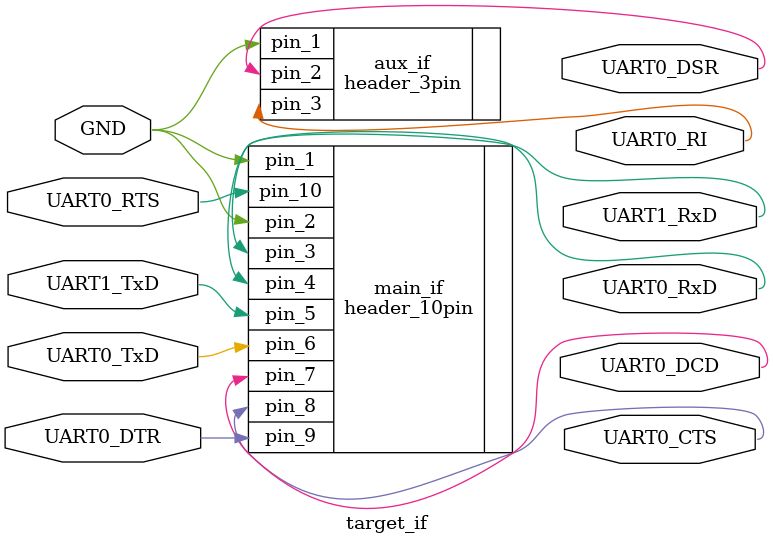
<source format=v>
/* This module captures our target interfaces. */

module target_if (GND, UART0_TxD, UART0_RxD, UART0_RTS, UART0_CTS,
		  UART0_DTR, UART0_DSR, UART0_DCD, UART0_RI,
		  UART1_TxD, UART1_RxD);

input GND;

input UART0_TxD, UART0_RTS, UART0_DTR;
output UART0_RxD, UART0_CTS, UART0_DSR, UART0_DCD, UART0_RI;

input UART1_TxD;
output UART1_RxD;

/* main DUART signal set header */

header_10pin main_if (  .pin_1(GND),
			.pin_2(GND),
			.pin_3(UART1_RxD),
			.pin_4(UART0_RxD),
			.pin_5(UART1_TxD),
			.pin_6(UART0_TxD),
			.pin_7(UART0_DCD),
			.pin_8(UART0_CTS),
			.pin_9(UART0_DTR),
			.pin_10(UART0_RTS)
	);

/* auxiliary DSR and RI */

header_3pin aux_if (.pin_1(GND),
		    .pin_2(UART0_DSR),
		    .pin_3(UART0_RI)
	);

endmodule

</source>
